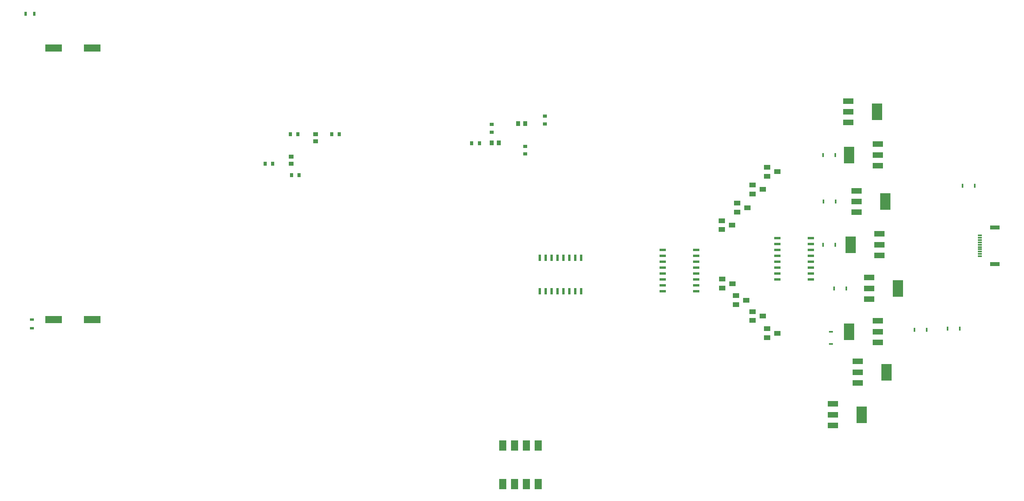
<source format=gbr>
G04 EAGLE Gerber RS-274X export*
G75*
%MOMM*%
%FSLAX34Y34*%
%LPD*%
%INSolderpaste Bottom*%
%IPPOS*%
%AMOC8*
5,1,8,0,0,1.08239X$1,22.5*%
G01*
G04 Define Apertures*
%ADD10R,3.606800X1.498600*%
%ADD11R,0.558800X0.889000*%
%ADD12R,0.889000X0.558800*%
%ADD13R,0.457200X0.838200*%
%ADD14R,0.838200X0.457200*%
%ADD15R,1.422400X0.558800*%
%ADD16R,0.930000X0.790000*%
%ADD17R,0.790000X0.930000*%
%ADD18R,0.860000X0.980000*%
%ADD19R,0.980000X0.860000*%
%ADD20R,0.558800X1.422400*%
%ADD21R,2.235000X1.219000*%
%ADD22R,2.200000X3.600000*%
%ADD23R,1.400000X1.000000*%
%ADD24R,1.520000X2.160000*%
%ADD25R,0.889000X0.330200*%
%ADD26R,2.057400X0.838200*%
D10*
X283464Y434340D03*
X200406Y434340D03*
X283464Y1018540D03*
X200406Y1018540D03*
D11*
X159131Y1092200D03*
X140589Y1092200D03*
D12*
X153670Y416179D03*
X153670Y434721D03*
D13*
X2121662Y415290D03*
X2148078Y415290D03*
X2076958Y412750D03*
X2050542Y412750D03*
D14*
X1870710Y408178D03*
X1870710Y381762D03*
D13*
X1904238Y501650D03*
X1877822Y501650D03*
X1880108Y595630D03*
X1853692Y595630D03*
X1881378Y688340D03*
X1854962Y688340D03*
X1880108Y788670D03*
X1853692Y788670D03*
X2153412Y722630D03*
X2179828Y722630D03*
D15*
X1827784Y609600D03*
X1827784Y596900D03*
X1827784Y584200D03*
X1827784Y571500D03*
X1827784Y558800D03*
X1827784Y546100D03*
X1827784Y533400D03*
X1827784Y520700D03*
X1756156Y520700D03*
X1756156Y533400D03*
X1756156Y546100D03*
X1756156Y558800D03*
X1756156Y571500D03*
X1756156Y584200D03*
X1756156Y596900D03*
X1756156Y609600D03*
D16*
X1141730Y837620D03*
X1141730Y854020D03*
D17*
X1115640Y814070D03*
X1099240Y814070D03*
D18*
X1157228Y814298D03*
X1141928Y814298D03*
D15*
X1581404Y584200D03*
X1581404Y571500D03*
X1581404Y558800D03*
X1581404Y546100D03*
X1581404Y533400D03*
X1581404Y520700D03*
X1581404Y508000D03*
X1581404Y495300D03*
X1509776Y495300D03*
X1509776Y508000D03*
X1509776Y520700D03*
X1509776Y533400D03*
X1509776Y546100D03*
X1509776Y558800D03*
X1509776Y571500D03*
X1509776Y584200D03*
D17*
X725750Y833120D03*
X709350Y833120D03*
X798250Y833120D03*
X814650Y833120D03*
D19*
X763270Y817850D03*
X763270Y833150D03*
D20*
X1245115Y567416D03*
X1257815Y567416D03*
X1270515Y567416D03*
X1283215Y567416D03*
X1295915Y567416D03*
X1308615Y567416D03*
X1321315Y567416D03*
X1334015Y567416D03*
X1334015Y495788D03*
X1321315Y495788D03*
X1308615Y495788D03*
X1295915Y495788D03*
X1283215Y495788D03*
X1270515Y495788D03*
X1257815Y495788D03*
X1245115Y495788D03*
D17*
X671558Y769620D03*
X655158Y769620D03*
X711890Y745490D03*
X728290Y745490D03*
D19*
X711200Y784890D03*
X711200Y769590D03*
D16*
X1256030Y855400D03*
X1256030Y871800D03*
X1214120Y807030D03*
X1214120Y790630D03*
D18*
X1198850Y855980D03*
X1214150Y855980D03*
D21*
X1908300Y858270D03*
X1908300Y881380D03*
X1908300Y904490D03*
D22*
X1970280Y881380D03*
D23*
X1724162Y714350D03*
X1702162Y723850D03*
X1702162Y704850D03*
X1691210Y675208D03*
X1669210Y684708D03*
X1669210Y665708D03*
X1658190Y637540D03*
X1636190Y647040D03*
X1636190Y628040D03*
X1659460Y511810D03*
X1637460Y521310D03*
X1637460Y502310D03*
X1688670Y476250D03*
X1666670Y485750D03*
X1666670Y466750D03*
X1724230Y441960D03*
X1702230Y451460D03*
X1702230Y432460D03*
X1755980Y405130D03*
X1733980Y414630D03*
X1733980Y395630D03*
D21*
X1971550Y811780D03*
X1971550Y788670D03*
X1971550Y765560D03*
D22*
X1909570Y788670D03*
D21*
X1926080Y665230D03*
X1926080Y688340D03*
X1926080Y711450D03*
D22*
X1988060Y688340D03*
D21*
X1975360Y618740D03*
X1975360Y595630D03*
X1975360Y572520D03*
D22*
X1913380Y595630D03*
D21*
X1952750Y478540D03*
X1952750Y501650D03*
X1952750Y524760D03*
D22*
X2014730Y501650D03*
D21*
X1972121Y431673D03*
X1972121Y408563D03*
X1972121Y385453D03*
D22*
X1910141Y408563D03*
D21*
X1928620Y298200D03*
X1928620Y321310D03*
X1928620Y344420D03*
D22*
X1990600Y321310D03*
D21*
X1875280Y206760D03*
X1875280Y229870D03*
X1875280Y252980D03*
D22*
X1937260Y229870D03*
D23*
X1755980Y752392D03*
X1733980Y761892D03*
X1733980Y742892D03*
D24*
X1242060Y80620D03*
X1216660Y80620D03*
X1191260Y80620D03*
X1165860Y80620D03*
X1165860Y163220D03*
X1191260Y163220D03*
X1216660Y163220D03*
X1242060Y163220D03*
D25*
X2191218Y615641D03*
X2191218Y610641D03*
X2191218Y605641D03*
X2191218Y600641D03*
X2191218Y595641D03*
X2191218Y590641D03*
X2191218Y585641D03*
X2191218Y580641D03*
X2191218Y575641D03*
X2191218Y570641D03*
D26*
X2222968Y632641D03*
X2222968Y553641D03*
M02*

</source>
